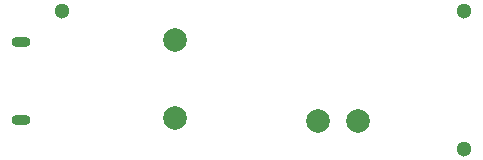
<source format=gbr>
%TF.GenerationSoftware,KiCad,Pcbnew,8.0.6*%
%TF.CreationDate,2024-11-21T20:13:28-05:00*%
%TF.ProjectId,battery_charger,62617474-6572-4795-9f63-686172676572,rev?*%
%TF.SameCoordinates,Original*%
%TF.FileFunction,Soldermask,Bot*%
%TF.FilePolarity,Negative*%
%FSLAX46Y46*%
G04 Gerber Fmt 4.6, Leading zero omitted, Abs format (unit mm)*
G04 Created by KiCad (PCBNEW 8.0.6) date 2024-11-21 20:13:28*
%MOMM*%
%LPD*%
G01*
G04 APERTURE LIST*
%ADD10C,2.000000*%
%ADD11C,1.300000*%
%ADD12O,1.600000X0.900000*%
G04 APERTURE END LIST*
D10*
%TO.C,3.3V*%
X138210828Y-88900000D03*
%TD*%
%TO.C,B+*%
X122700000Y-82000000D03*
%TD*%
D11*
%TO.C,REF\u002A\u002A*%
X147210828Y-91200000D03*
%TD*%
D10*
%TO.C,GND*%
X134810828Y-88900000D03*
%TD*%
%TO.C,B-*%
X122700000Y-88600000D03*
%TD*%
D12*
%TO.C,J1*%
X109700000Y-82200000D03*
X109700000Y-88800000D03*
%TD*%
D11*
%TO.C,REF\u002A\u002A*%
X147210828Y-79600000D03*
%TD*%
%TO.C,REF\u002A\u002A*%
X113200000Y-79600000D03*
%TD*%
M02*

</source>
